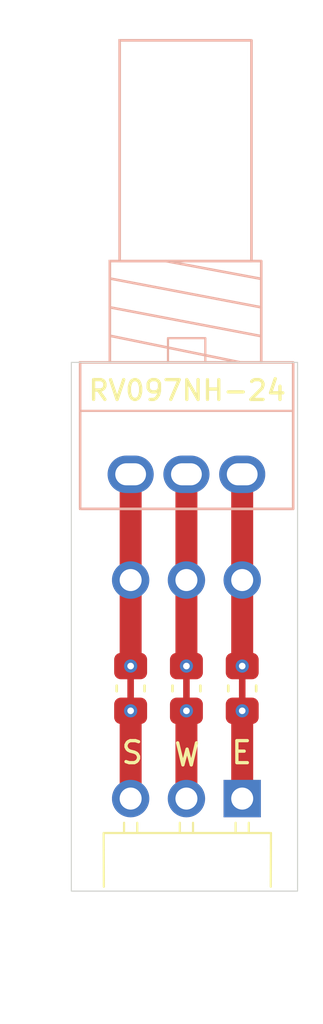
<source format=kicad_pcb>
(kicad_pcb (version 20221018) (generator pcbnew)
  (layers (0 "F.Cu" signal) (31 "B.Cu" signal) (34 "B.Paste" user) (35 "F.Paste" user) (36 "B.SilkS" user "B.Silkscreen") (37 "F.SilkS" user "F.Silkscreen") (38 "B.Mask" user) (39 "F.Mask" user) (44 "Edge.Cuts" user))
  (net 0 "")
  (net 1 "/S")
  (net 2 "/W")
  (net 3 "/E")
  (footprint "dvhx-kicad-library-2:R_0805" (layer "F.Cu") (at 152.08 91.5)
    (fp_text reference "R3" hide)
    (fp_text value "0R")
    (fp_line (start -0.635 0.127) (end -0.635 -0.127) (stroke (width 0.12)) (layer "F.SilkS"))
    (fp_line (start 0.635 0.127) (end 0.635 -0.127) (stroke (width 0.12)) (layer "F.SilkS"))
    (pad "1" smd roundrect (at 0 -1.016 90) (size 1.2 1.5) (layers "F.Cu" "F.Paste" "F.Mask") (net 3 "/E"))
    (pad "2" smd roundrect (at 0 1.016 90) (size 1.2 1.5) (layers "F.Cu" "F.Paste" "F.Mask") (net 3 "/E"))
  )
  (footprint "dvhx-kicad-library-2:R_0805" (layer "F.Cu") (at 147 91.5)
    (fp_text reference "R1" hide)
    (fp_text value "0R")
    (fp_line (start -0.635 0.127) (end -0.635 -0.127) (stroke (width 0.12)) (layer "F.SilkS"))
    (fp_line (start 0.635 0.127) (end 0.635 -0.127) (stroke (width 0.12)) (layer "F.SilkS"))
    (pad "1" smd roundrect (at 0 -1.016 90) (size 1.2 1.5) (layers "F.Cu" "F.Paste" "F.Mask") (net 1 "/S"))
    (pad "2" smd roundrect (at 0 1.016 90) (size 1.2 1.5) (layers "F.Cu" "F.Paste" "F.Mask") (net 1 "/S"))
  )
  (footprint "dvhx-kicad-library-2:R_0805" (layer "F.Cu") (at 149.54 91.5)
    (fp_text reference "R2" hide)
    (fp_text value "0R")
    (fp_line (start -0.635 0.127) (end -0.635 -0.127) (stroke (width 0.12)) (layer "F.SilkS"))
    (fp_line (start 0.635 0.127) (end 0.635 -0.127) (stroke (width 0.12)) (layer "F.SilkS"))
    (pad "1" smd roundrect (at 0 -1.016 90) (size 1.2 1.5) (layers "F.Cu" "F.Paste" "F.Mask") (net 2 "/W"))
    (pad "2" smd roundrect (at 0 1.016 90) (size 1.2 1.5) (layers "F.Cu" "F.Paste" "F.Mask") (net 2 "/W"))
  )
  (footprint "dvhx-kicad-library-2:Header_1x3_male_bent" (layer "F.Cu") (at 152.08 96.5 180)
    (fp_text reference "J1" hide)
    (fp_text value "Header_1x3_male" hide)
    (fp_line (start -1.3084 -1.5632) (end -1.3 -4) (stroke (width 0.1)) (layer "F.SilkS"))
    (fp_line (start -0.3 -1.5) (end -0.3 -1.1) (stroke (width 0.1)) (layer "F.SilkS"))
    (fp_line (start 0.3 -1.5) (end 0.3 -1.1) (stroke (width 0.1)) (layer "F.SilkS"))
    (fp_line (start 2.24 -1.5) (end 2.24 -1.1) (stroke (width 0.1)) (layer "F.SilkS"))
    (fp_line (start 2.84 -1.5) (end 2.84 -1.1) (stroke (width 0.1)) (layer "F.SilkS"))
    (fp_line (start 4.78 -1.5) (end 4.78 -1.1) (stroke (width 0.1)) (layer "F.SilkS"))
    (fp_line (start 5.38 -1.5) (end 5.38 -1.1) (stroke (width 0.1)) (layer "F.SilkS"))
    (fp_line (start 6.3 -4) (end 6.3084 -1.5632) (stroke (width 0.1)) (layer "F.SilkS"))
    (fp_line (start 6.3084 -1.5632) (end -1.3084 -1.5632) (stroke (width 0.1)) (layer "F.SilkS"))
    (pad "1" thru_hole rect (at 0 0 270) (size 1.7 1.7) (drill 1) (layers "*.Cu" "*.Mask") (net 3 "/E"))
    (pad "2" thru_hole oval (at 2.54 0 270) (size 1.7 1.7) (drill 1) (layers "*.Cu" "*.Mask") (net 2 "/W"))
    (pad "3" thru_hole oval (at 5.08 0 270) (size 1.7 1.7) (drill 1) (layers "*.Cu" "*.Mask") (net 1 "/S"))
  )
  (footprint "dvhx-kicad-library-2:P_RV097NH_bent_pins" (layer "B.Cu") (at 147 76.7 -90)
    (fp_text reference "P1" hide)
    (fp_text value "P")
    (fp_line (start -4.6 -1.6) (end -3.8 -5.9) (stroke (width 0.12)) (layer "B.SilkS"))
    (fp_line (start -3.8 0.9) (end -2.5 -5.946) (stroke (width 0.12)) (layer "B.SilkS"))
    (fp_line (start -2.5 0.946) (end -1.2 -5.9) (stroke (width 0.12)) (layer "B.SilkS"))
    (fp_line (start -1.2 0.9) (end 0 -5) (stroke (width 0.12)) (layer "B.SilkS"))
    (fp_line (start 2.2 2.3) (end 2.2 -7.4) (stroke (width 0.1)) (layer "B.SilkS"))
    (fp_rect (start -14.6188 0.5) (end -4.6 -5.5) (stroke (width 0.12)) (fill none) (layer "B.SilkS"))
    (fp_rect (start -4.6 0.946) (end 0 -5.946) (stroke (width 0.12)) (fill none) (layer "B.SilkS"))
    (fp_rect (start -1.1 -1.7) (end 0 -3.4) (stroke (width 0.1)) (fill none) (layer "B.SilkS"))
    (fp_rect (start 0 2.3) (end 6.65 -7.4) (stroke (width 0.12)) (fill none) (layer "B.SilkS"))
    (pad "E" thru_hole oval (at 5.08 -5.08 270) (size 1.7 2.1) (drill oval 1 1.4) (layers "*.Cu" "*.Mask") (net 3 "/E"))
    (pad "E" thru_hole circle (at 9.88 -5.08 270) (size 1.7 1.7) (drill 1) (layers "*.Cu" "*.Mask") (net 3 "/E"))
    (pad "S" thru_hole oval (at 5.08 0 270) (size 1.7 2.1) (drill oval 1 1.4) (layers "*.Cu" "*.Mask") (net 1 "/S"))
    (pad "S" thru_hole circle (at 9.88 0 270) (size 1.7 1.7) (drill 1) (layers "*.Cu" "*.Mask") (net 1 "/S"))
    (pad "W" thru_hole oval (at 5.08 -2.54 270) (size 1.7 2.1) (drill oval 1 1.4) (layers "*.Cu" "*.Mask") (net 2 "/W"))
    (pad "W" thru_hole circle (at 9.88 -2.54 270) (size 1.7 1.7) (drill 1) (layers "*.Cu" "*.Mask") (net 2 "/W"))
  )
  (gr_rect (start 144.3 76.7) (end 154.6 100.7) (stroke (width 0.05)) (fill none) (layer "Edge.Cuts"))
  (gr_text "RV097NH-24" (at 145 78.5) (layer "F.SilkS") (effects (font (size 0.9 0.9)) (justify left bottom)))
  (gr_text "W" (at 148.9 95.1) (layer "F.SilkS") (effects (font (size 1 1)) (justify left bottom)))
  (gr_text "S" (at 146.5 95) (layer "F.SilkS") (effects (font (size 1 1)) (justify left bottom)))
  (gr_text "E" (at 151.5 95) (layer "F.SilkS") (effects (font (size 1 1)) (justify left bottom)))
  (segment (start 147 92.516) (end 147 90.484) (width 0.3) (layer "F.Cu") (net 1))
  (segment (start 147 81.78) (end 147 90.484) (width 1) (layer "F.Cu") (net 1))
  (segment (start 147 96.5) (end 147 92.516) (width 1) (layer "F.Cu") (net 1))
  (via (at 147 92.516) (size 0.6) (drill 0.3) (layers "F.Cu" "B.Cu") (net 1))
  (via (at 147 90.484) (size 0.6) (drill 0.3) (layers "F.Cu" "B.Cu") (net 1))
  (segment (start 149.54 92.516) (end 149.54 90.484) (width 0.3) (layer "F.Cu") (net 2))
  (segment (start 149.54 96.5) (end 149.54 92.516) (width 1) (layer "F.Cu") (net 2))
  (segment (start 149.54 81.78) (end 149.54 90.484) (width 1) (layer "F.Cu") (net 2))
  (via (at 149.54 90.484) (size 0.6) (drill 0.3) (layers "F.Cu" "B.Cu") (net 2))
  (via (at 149.54 92.516) (size 0.6) (drill 0.3) (layers "F.Cu" "B.Cu") (net 2))
  (segment (start 152.08 96.5) (end 152.08 92.516) (width 1) (layer "F.Cu") (net 3))
  (segment (start 152.08 92.516) (end 152.08 90.484) (width 0.3) (layer "F.Cu") (net 3))
  (segment (start 152.08 81.78) (end 152.08 90.484) (width 1) (layer "F.Cu") (net 3))
  (via (at 152.08 90.484) (size 0.6) (drill 0.3) (layers "F.Cu" "B.Cu") (net 3))
  (via (at 152.08 92.516) (size 0.6) (drill 0.3) (layers "F.Cu" "B.Cu") (net 3))
)
</source>
